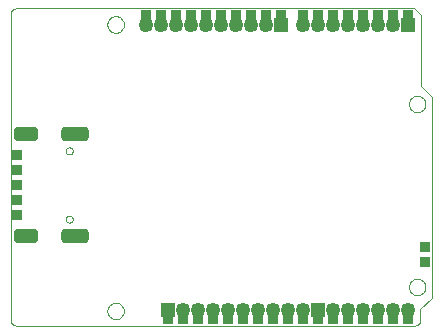
<source format=gbr>
G04 PROTEUS RS274X GERBER FILE*
%FSLAX45Y45*%
%MOMM*%
G01*
%AMPPAD046*
4,1,36,
1.177000,0.195200,
1.177000,-0.195200,
1.168410,-0.283490,
1.143690,-0.365130,
1.104420,-0.438560,
1.052180,-0.502180,
0.988560,-0.554420,
0.915130,-0.593690,
0.833490,-0.618410,
0.745200,-0.627000,
-0.745200,-0.627000,
-0.833490,-0.618410,
-0.915130,-0.593690,
-0.988560,-0.554420,
-1.052180,-0.502180,
-1.104420,-0.438560,
-1.143690,-0.365130,
-1.168410,-0.283490,
-1.177000,-0.195200,
-1.177000,0.195200,
-1.168410,0.283490,
-1.143690,0.365130,
-1.104420,0.438560,
-1.052180,0.502180,
-0.988560,0.554420,
-0.915130,0.593690,
-0.833490,0.618410,
-0.745200,0.627000,
0.745200,0.627000,
0.833490,0.618410,
0.915130,0.593690,
0.988560,0.554420,
1.052180,0.502180,
1.104420,0.438560,
1.143690,0.365130,
1.168410,0.283490,
1.177000,0.195200,
0*%
%ADD52PPAD046*%
%AMPPAD047*
4,1,36,
1.027000,0.195200,
1.027000,-0.195200,
1.018410,-0.283490,
0.993690,-0.365130,
0.954420,-0.438560,
0.902180,-0.502180,
0.838560,-0.554420,
0.765130,-0.593690,
0.683490,-0.618410,
0.595200,-0.627000,
-0.595200,-0.627000,
-0.683490,-0.618410,
-0.765130,-0.593690,
-0.838560,-0.554420,
-0.902180,-0.502180,
-0.954420,-0.438560,
-0.993690,-0.365130,
-1.018410,-0.283490,
-1.027000,-0.195200,
-1.027000,0.195200,
-1.018410,0.283490,
-0.993690,0.365130,
-0.954420,0.438560,
-0.902180,0.502180,
-0.838560,0.554420,
-0.765130,0.593690,
-0.683490,0.618410,
-0.595200,0.627000,
0.595200,0.627000,
0.683490,0.618410,
0.765130,0.593690,
0.838560,0.554420,
0.902180,0.502180,
0.954420,0.438560,
0.993690,0.365130,
1.018410,0.283490,
1.027000,0.195200,
0*%
%ADD53PPAD047*%
%AMPPAD080*
4,1,36,
0.317500,-0.444500,
-0.317500,-0.444500,
-0.343470,-0.441970,
-0.367480,-0.434700,
-0.389080,-0.423150,
-0.407790,-0.407790,
-0.423150,-0.389070,
-0.434700,-0.367480,
-0.441970,-0.343470,
-0.444500,-0.317500,
-0.444500,0.317500,
-0.441970,0.343470,
-0.434700,0.367480,
-0.423150,0.389070,
-0.407790,0.407790,
-0.389080,0.423150,
-0.367480,0.434700,
-0.343470,0.441970,
-0.317500,0.444500,
0.317500,0.444500,
0.343470,0.441970,
0.367480,0.434700,
0.389080,0.423150,
0.407790,0.407790,
0.423150,0.389070,
0.434700,0.367480,
0.441970,0.343470,
0.444500,0.317500,
0.444500,-0.317500,
0.441970,-0.343470,
0.434700,-0.367480,
0.423150,-0.389070,
0.407790,-0.407790,
0.389080,-0.423150,
0.367480,-0.434700,
0.343470,-0.441970,
0.317500,-0.444500,
0*%
%ADD90PPAD080*%
%AMPPAD068*
4,1,48,
0.373000,-0.627000,
-0.373000,-0.627000,
-0.399400,-0.625720,
-0.424930,-0.621950,
-0.449490,-0.615800,
-0.495220,-0.596870,
-0.535650,-0.569840,
-0.569840,-0.535640,
-0.596860,-0.495220,
-0.615800,-0.449490,
-0.621950,-0.424930,
-0.625720,-0.399400,
-0.627000,-0.373000,
-0.627000,0.373000,
-0.625720,0.399400,
-0.621950,0.424930,
-0.615800,0.449490,
-0.596860,0.495220,
-0.569840,0.535640,
-0.535650,0.569840,
-0.495220,0.596870,
-0.449490,0.615800,
-0.424930,0.621950,
-0.399400,0.625720,
-0.373000,0.627000,
0.373000,0.627000,
0.399400,0.625720,
0.424930,0.621950,
0.449490,0.615800,
0.495220,0.596870,
0.535650,0.569840,
0.569840,0.535640,
0.596860,0.495220,
0.615800,0.449490,
0.621950,0.424930,
0.625720,0.399400,
0.627000,0.373000,
0.627000,-0.373000,
0.625720,-0.399400,
0.621950,-0.424930,
0.615800,-0.449490,
0.596860,-0.495220,
0.569840,-0.535640,
0.535650,-0.569840,
0.495220,-0.596870,
0.449490,-0.615800,
0.424930,-0.621950,
0.399400,-0.625720,
0.373000,-0.627000,
0*%
%ADD78PPAD068*%
%ADD79C,1.254000*%
%AMPPAD081*
4,1,36,
-0.444500,-0.317500,
-0.444500,0.317500,
-0.441970,0.343470,
-0.434700,0.367480,
-0.423150,0.389080,
-0.407790,0.407790,
-0.389070,0.423150,
-0.367480,0.434700,
-0.343470,0.441970,
-0.317500,0.444500,
0.317500,0.444500,
0.343470,0.441970,
0.367480,0.434700,
0.389070,0.423150,
0.407790,0.407790,
0.423150,0.389080,
0.434700,0.367480,
0.441970,0.343470,
0.444500,0.317500,
0.444500,-0.317500,
0.441970,-0.343470,
0.434700,-0.367480,
0.423150,-0.389080,
0.407790,-0.407790,
0.389070,-0.423150,
0.367480,-0.434700,
0.343470,-0.441970,
0.317500,-0.444500,
-0.317500,-0.444500,
-0.343470,-0.441970,
-0.367480,-0.434700,
-0.389070,-0.423150,
-0.407790,-0.407790,
-0.423150,-0.389080,
-0.434700,-0.367480,
-0.441970,-0.343470,
-0.444500,-0.317500,
0*%
%ADD91PPAD081*%
%ADD46C,0.025400*%
D52*
X+545000Y+755650D03*
X+545000Y+1619650D03*
D53*
X+127000Y+755650D03*
X+127000Y+1619650D03*
D90*
X+2286000Y+2628900D03*
D78*
X+2286000Y+2546350D03*
D90*
X+2159000Y+2628900D03*
D79*
X+2159000Y+2546350D03*
D90*
X+2032000Y+2628900D03*
D79*
X+2032000Y+2546350D03*
D90*
X+1905000Y+2628900D03*
D79*
X+1905000Y+2546350D03*
X+1778000Y+2546350D03*
D90*
X+1778000Y+2628900D03*
X+1651000Y+2628900D03*
D79*
X+1651000Y+2546350D03*
X+1524000Y+2546350D03*
D90*
X+1524000Y+2628900D03*
X+1397000Y+2628900D03*
D79*
X+1397000Y+2546350D03*
D90*
X+1270000Y+2628900D03*
D79*
X+1270000Y+2546350D03*
X+1143000Y+2546350D03*
D90*
X+1143000Y+2628900D03*
X+3365500Y+2628900D03*
D78*
X+3365500Y+2546350D03*
D90*
X+3238500Y+2628900D03*
D79*
X+3238500Y+2546350D03*
D90*
X+3111500Y+2628900D03*
D79*
X+3111500Y+2546350D03*
D90*
X+2984500Y+2628900D03*
D79*
X+2984500Y+2546350D03*
D90*
X+2857500Y+2628900D03*
D79*
X+2857500Y+2546350D03*
D90*
X+2730500Y+2628900D03*
D79*
X+2730500Y+2546350D03*
D90*
X+2603500Y+2628900D03*
D79*
X+2603500Y+2546350D03*
X+2476500Y+2546350D03*
D90*
X+2476500Y+2628900D03*
X+2603500Y+50800D03*
D78*
X+2603500Y+133350D03*
D90*
X+2730500Y+50800D03*
D79*
X+2730500Y+133350D03*
D90*
X+2857500Y+50800D03*
D79*
X+2857500Y+133350D03*
X+2984500Y+133350D03*
D90*
X+2984500Y+50800D03*
X+3111500Y+50800D03*
D79*
X+3111500Y+133350D03*
D90*
X+3238500Y+50800D03*
D79*
X+3238500Y+133350D03*
X+3365500Y+133350D03*
D90*
X+3365500Y+50800D03*
X+1333500Y+50800D03*
D78*
X+1333500Y+133350D03*
D90*
X+1460500Y+50800D03*
D79*
X+1460500Y+133350D03*
D90*
X+1587500Y+50800D03*
D79*
X+1587500Y+133350D03*
D90*
X+1714500Y+50800D03*
D79*
X+1714500Y+133350D03*
X+1841500Y+133350D03*
D90*
X+1841500Y+50800D03*
X+1968500Y+50800D03*
D79*
X+1968500Y+133350D03*
X+2095500Y+133350D03*
D90*
X+2095500Y+50800D03*
X+2222500Y+50800D03*
D79*
X+2222500Y+133350D03*
D90*
X+2349500Y+50800D03*
D79*
X+2349500Y+133350D03*
X+2476500Y+133350D03*
D90*
X+2476500Y+50800D03*
D91*
X+3505200Y+539750D03*
X+3505200Y+666750D03*
X+50800Y+1441450D03*
X+50800Y+1314450D03*
X+50800Y+1187450D03*
X+50800Y+1060450D03*
X+50800Y+933450D03*
D46*
X+525000Y+898650D02*
X+524897Y+901139D01*
X+524055Y+906119D01*
X+522295Y+911099D01*
X+519418Y+916079D01*
X+515017Y+920995D01*
X+510037Y+924609D01*
X+505057Y+926914D01*
X+500077Y+928217D01*
X+495097Y+928650D01*
X+495000Y+928650D01*
X+465000Y+898650D02*
X+465103Y+901139D01*
X+465945Y+906119D01*
X+467705Y+911099D01*
X+470582Y+916079D01*
X+474983Y+920995D01*
X+479963Y+924609D01*
X+484943Y+926914D01*
X+489923Y+928217D01*
X+494903Y+928650D01*
X+495000Y+928650D01*
X+465000Y+898650D02*
X+465103Y+896161D01*
X+465945Y+891181D01*
X+467705Y+886201D01*
X+470582Y+881221D01*
X+474983Y+876305D01*
X+479963Y+872691D01*
X+484943Y+870386D01*
X+489923Y+869083D01*
X+494903Y+868650D01*
X+495000Y+868650D01*
X+525000Y+898650D02*
X+524897Y+896161D01*
X+524055Y+891181D01*
X+522295Y+886201D01*
X+519418Y+881221D01*
X+515017Y+876305D01*
X+510037Y+872691D01*
X+505057Y+870386D01*
X+500077Y+869083D01*
X+495097Y+868650D01*
X+495000Y+868650D01*
X+525000Y+1476650D02*
X+524897Y+1479139D01*
X+524055Y+1484119D01*
X+522295Y+1489099D01*
X+519418Y+1494079D01*
X+515017Y+1498995D01*
X+510037Y+1502609D01*
X+505057Y+1504914D01*
X+500077Y+1506217D01*
X+495097Y+1506650D01*
X+495000Y+1506650D01*
X+465000Y+1476650D02*
X+465103Y+1479139D01*
X+465945Y+1484119D01*
X+467705Y+1489099D01*
X+470582Y+1494079D01*
X+474983Y+1498995D01*
X+479963Y+1502609D01*
X+484943Y+1504914D01*
X+489923Y+1506217D01*
X+494903Y+1506650D01*
X+495000Y+1506650D01*
X+465000Y+1476650D02*
X+465103Y+1474161D01*
X+465945Y+1469181D01*
X+467705Y+1464201D01*
X+470582Y+1459221D01*
X+474983Y+1454305D01*
X+479963Y+1450691D01*
X+484943Y+1448386D01*
X+489923Y+1447083D01*
X+494903Y+1446650D01*
X+495000Y+1446650D01*
X+525000Y+1476650D02*
X+524897Y+1474161D01*
X+524055Y+1469181D01*
X+522295Y+1464201D01*
X+519418Y+1459221D01*
X+515017Y+1454305D01*
X+510037Y+1450691D01*
X+505057Y+1448386D01*
X+500077Y+1447083D01*
X+495097Y+1446650D01*
X+495000Y+1446650D01*
X+959000Y+2546350D02*
X+958761Y+2552129D01*
X+956819Y+2563689D01*
X+952756Y+2575249D01*
X+946123Y+2586809D01*
X+935976Y+2598247D01*
X+924416Y+2606730D01*
X+912856Y+2612160D01*
X+901296Y+2615262D01*
X+889736Y+2616346D01*
X+889000Y+2616350D01*
X+819000Y+2546350D02*
X+819239Y+2552129D01*
X+821181Y+2563689D01*
X+825244Y+2575249D01*
X+831877Y+2586809D01*
X+842024Y+2598247D01*
X+853584Y+2606730D01*
X+865144Y+2612160D01*
X+876704Y+2615262D01*
X+888264Y+2616346D01*
X+889000Y+2616350D01*
X+819000Y+2546350D02*
X+819239Y+2540571D01*
X+821181Y+2529011D01*
X+825244Y+2517451D01*
X+831877Y+2505891D01*
X+842024Y+2494453D01*
X+853584Y+2485970D01*
X+865144Y+2480540D01*
X+876704Y+2477438D01*
X+888264Y+2476354D01*
X+889000Y+2476350D01*
X+959000Y+2546350D02*
X+958761Y+2540571D01*
X+956819Y+2529011D01*
X+952756Y+2517451D01*
X+946123Y+2505891D01*
X+935976Y+2494453D01*
X+924416Y+2485970D01*
X+912856Y+2480540D01*
X+901296Y+2477438D01*
X+889736Y+2476354D01*
X+889000Y+2476350D01*
X+959000Y+120650D02*
X+958761Y+126429D01*
X+956819Y+137989D01*
X+952756Y+149549D01*
X+946123Y+161109D01*
X+935976Y+172547D01*
X+924416Y+181030D01*
X+912856Y+186460D01*
X+901296Y+189562D01*
X+889736Y+190646D01*
X+889000Y+190650D01*
X+819000Y+120650D02*
X+819239Y+126429D01*
X+821181Y+137989D01*
X+825244Y+149549D01*
X+831877Y+161109D01*
X+842024Y+172547D01*
X+853584Y+181030D01*
X+865144Y+186460D01*
X+876704Y+189562D01*
X+888264Y+190646D01*
X+889000Y+190650D01*
X+819000Y+120650D02*
X+819239Y+114871D01*
X+821181Y+103311D01*
X+825244Y+91751D01*
X+831877Y+80191D01*
X+842024Y+68753D01*
X+853584Y+60270D01*
X+865144Y+54840D01*
X+876704Y+51738D01*
X+888264Y+50654D01*
X+889000Y+50650D01*
X+959000Y+120650D02*
X+958761Y+114871D01*
X+956819Y+103311D01*
X+952756Y+91751D01*
X+946123Y+80191D01*
X+935976Y+68753D01*
X+924416Y+60270D01*
X+912856Y+54840D01*
X+901296Y+51738D01*
X+889736Y+50654D01*
X+889000Y+50650D01*
X+3416300Y+2684780D02*
X+3472180Y+2628900D01*
X+3472180Y+2021840D01*
X+3469640Y+137160D02*
X+3469640Y+45720D01*
X+3465721Y+25727D01*
X+3454956Y+9604D01*
X+3438833Y-1161D01*
X+3418840Y-5080D01*
X+50800Y-5080D02*
X+30807Y-1161D01*
X+14684Y+9604D01*
X+3919Y+25727D01*
X+0Y+45720D01*
X+0Y+2633980D02*
X+3919Y+2653973D01*
X+14684Y+2670096D01*
X+30807Y+2680861D01*
X+50800Y+2684780D01*
X+0Y+2633980D02*
X+0Y+45720D01*
X+50800Y-5080D02*
X+3418840Y-5080D01*
X+50800Y+2684780D02*
X+3416300Y+2684780D01*
X+3469640Y+137160D02*
X+3563620Y+231140D01*
X+3472180Y+2021840D02*
X+3563620Y+1930400D01*
X+3563620Y+231140D01*
X+3511700Y+323850D02*
X+3511461Y+329629D01*
X+3509519Y+341189D01*
X+3505456Y+352749D01*
X+3498823Y+364309D01*
X+3488676Y+375747D01*
X+3477116Y+384230D01*
X+3465556Y+389660D01*
X+3453996Y+392762D01*
X+3442436Y+393846D01*
X+3441700Y+393850D01*
X+3371700Y+323850D02*
X+3371939Y+329629D01*
X+3373881Y+341189D01*
X+3377944Y+352749D01*
X+3384577Y+364309D01*
X+3394724Y+375747D01*
X+3406284Y+384230D01*
X+3417844Y+389660D01*
X+3429404Y+392762D01*
X+3440964Y+393846D01*
X+3441700Y+393850D01*
X+3371700Y+323850D02*
X+3371939Y+318071D01*
X+3373881Y+306511D01*
X+3377944Y+294951D01*
X+3384577Y+283391D01*
X+3394724Y+271953D01*
X+3406284Y+263470D01*
X+3417844Y+258040D01*
X+3429404Y+254938D01*
X+3440964Y+253854D01*
X+3441700Y+253850D01*
X+3511700Y+323850D02*
X+3511461Y+318071D01*
X+3509519Y+306511D01*
X+3505456Y+294951D01*
X+3498823Y+283391D01*
X+3488676Y+271953D01*
X+3477116Y+263470D01*
X+3465556Y+258040D01*
X+3453996Y+254938D01*
X+3442436Y+253854D01*
X+3441700Y+253850D01*
X+3511700Y+1873250D02*
X+3511461Y+1879029D01*
X+3509519Y+1890589D01*
X+3505456Y+1902149D01*
X+3498823Y+1913709D01*
X+3488676Y+1925147D01*
X+3477116Y+1933630D01*
X+3465556Y+1939060D01*
X+3453996Y+1942162D01*
X+3442436Y+1943246D01*
X+3441700Y+1943250D01*
X+3371700Y+1873250D02*
X+3371939Y+1879029D01*
X+3373881Y+1890589D01*
X+3377944Y+1902149D01*
X+3384577Y+1913709D01*
X+3394724Y+1925147D01*
X+3406284Y+1933630D01*
X+3417844Y+1939060D01*
X+3429404Y+1942162D01*
X+3440964Y+1943246D01*
X+3441700Y+1943250D01*
X+3371700Y+1873250D02*
X+3371939Y+1867471D01*
X+3373881Y+1855911D01*
X+3377944Y+1844351D01*
X+3384577Y+1832791D01*
X+3394724Y+1821353D01*
X+3406284Y+1812870D01*
X+3417844Y+1807440D01*
X+3429404Y+1804338D01*
X+3440964Y+1803254D01*
X+3441700Y+1803250D01*
X+3511700Y+1873250D02*
X+3511461Y+1867471D01*
X+3509519Y+1855911D01*
X+3505456Y+1844351D01*
X+3498823Y+1832791D01*
X+3488676Y+1821353D01*
X+3477116Y+1812870D01*
X+3465556Y+1807440D01*
X+3453996Y+1804338D01*
X+3442436Y+1803254D01*
X+3441700Y+1803250D01*
M02*

</source>
